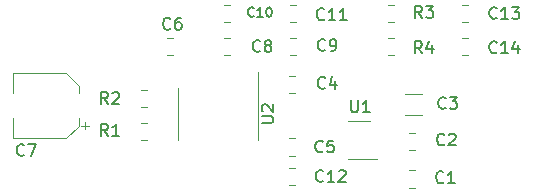
<source format=gbr>
%TF.GenerationSoftware,KiCad,Pcbnew,5.1.10*%
%TF.CreationDate,2022-04-13T10:23:53+12:00*%
%TF.ProjectId,odsk,6f64736b-2e6b-4696-9361-645f70636258,rev?*%
%TF.SameCoordinates,Original*%
%TF.FileFunction,Legend,Top*%
%TF.FilePolarity,Positive*%
%FSLAX46Y46*%
G04 Gerber Fmt 4.6, Leading zero omitted, Abs format (unit mm)*
G04 Created by KiCad (PCBNEW 5.1.10) date 2022-04-13 10:23:53*
%MOMM*%
%LPD*%
G01*
G04 APERTURE LIST*
%ADD10C,0.120000*%
%ADD11C,0.150000*%
G04 APERTURE END LIST*
D10*
%TO.C,C3*%
X188188748Y-132490000D02*
X189611252Y-132490000D01*
X188188748Y-134310000D02*
X189611252Y-134310000D01*
%TO.C,C14*%
X193561252Y-127765000D02*
X193038748Y-127765000D01*
X193561252Y-129235000D02*
X193038748Y-129235000D01*
%TO.C,C13*%
X193561252Y-124965000D02*
X193038748Y-124965000D01*
X193561252Y-126435000D02*
X193038748Y-126435000D01*
%TO.C,C12*%
X178861252Y-138765000D02*
X178338748Y-138765000D01*
X178861252Y-140235000D02*
X178338748Y-140235000D01*
%TO.C,C11*%
X178961252Y-124965000D02*
X178438748Y-124965000D01*
X178961252Y-126435000D02*
X178438748Y-126435000D01*
%TO.C,C10*%
X172838748Y-126435000D02*
X173361252Y-126435000D01*
X172838748Y-124965000D02*
X173361252Y-124965000D01*
%TO.C,C9*%
X178961252Y-127765000D02*
X178438748Y-127765000D01*
X178961252Y-129235000D02*
X178438748Y-129235000D01*
%TO.C,C8*%
X172838748Y-129235000D02*
X173361252Y-129235000D01*
X172838748Y-127765000D02*
X173361252Y-127765000D01*
%TO.C,C6*%
X168038748Y-129235000D02*
X168561252Y-129235000D01*
X168038748Y-127765000D02*
X168561252Y-127765000D01*
%TO.C,C5*%
X178861252Y-136265000D02*
X178338748Y-136265000D01*
X178861252Y-137735000D02*
X178338748Y-137735000D01*
%TO.C,C4*%
X178338748Y-132435000D02*
X178861252Y-132435000D01*
X178338748Y-130965000D02*
X178861252Y-130965000D01*
%TO.C,C2*%
X188538748Y-137235000D02*
X189061252Y-137235000D01*
X188538748Y-135765000D02*
X189061252Y-135765000D01*
%TO.C,C1*%
X188538748Y-140435000D02*
X189061252Y-140435000D01*
X188538748Y-138965000D02*
X189061252Y-138965000D01*
%TO.C,U2*%
X169015000Y-134200000D02*
X169015000Y-136400000D01*
X169015000Y-134200000D02*
X169015000Y-132000000D01*
X175785000Y-134200000D02*
X175785000Y-136400000D01*
X175785000Y-134200000D02*
X175785000Y-130600000D01*
%TO.C,U1*%
X185200000Y-134790000D02*
X183400000Y-134790000D01*
X183400000Y-138010000D02*
X185850000Y-138010000D01*
%TO.C,R4*%
X187227064Y-129235000D02*
X186772936Y-129235000D01*
X187227064Y-127765000D02*
X186772936Y-127765000D01*
%TO.C,R3*%
X187227064Y-126435000D02*
X186772936Y-126435000D01*
X187227064Y-124965000D02*
X186772936Y-124965000D01*
%TO.C,R2*%
X166327064Y-133635000D02*
X165872936Y-133635000D01*
X166327064Y-132165000D02*
X165872936Y-132165000D01*
%TO.C,R1*%
X166327064Y-136435000D02*
X165872936Y-136435000D01*
X166327064Y-134965000D02*
X165872936Y-134965000D01*
%TO.C,C7*%
X155040000Y-130740000D02*
X155040000Y-132440000D01*
X155040000Y-136260000D02*
X155040000Y-134560000D01*
X159495563Y-136260000D02*
X155040000Y-136260000D01*
X159495563Y-130740000D02*
X155040000Y-130740000D01*
X160560000Y-131804437D02*
X160560000Y-132440000D01*
X160560000Y-135195563D02*
X160560000Y-134560000D01*
X160560000Y-135195563D02*
X159495563Y-136260000D01*
X160560000Y-131804437D02*
X159495563Y-130740000D01*
X161425000Y-135185000D02*
X160800000Y-135185000D01*
X161112500Y-135497500D02*
X161112500Y-134872500D01*
%TO.C,C3*%
D11*
X191633333Y-133657142D02*
X191585714Y-133704761D01*
X191442857Y-133752380D01*
X191347619Y-133752380D01*
X191204761Y-133704761D01*
X191109523Y-133609523D01*
X191061904Y-133514285D01*
X191014285Y-133323809D01*
X191014285Y-133180952D01*
X191061904Y-132990476D01*
X191109523Y-132895238D01*
X191204761Y-132800000D01*
X191347619Y-132752380D01*
X191442857Y-132752380D01*
X191585714Y-132800000D01*
X191633333Y-132847619D01*
X191966666Y-132752380D02*
X192585714Y-132752380D01*
X192252380Y-133133333D01*
X192395238Y-133133333D01*
X192490476Y-133180952D01*
X192538095Y-133228571D01*
X192585714Y-133323809D01*
X192585714Y-133561904D01*
X192538095Y-133657142D01*
X192490476Y-133704761D01*
X192395238Y-133752380D01*
X192109523Y-133752380D01*
X192014285Y-133704761D01*
X191966666Y-133657142D01*
%TO.C,C14*%
X195957142Y-128957142D02*
X195909523Y-129004761D01*
X195766666Y-129052380D01*
X195671428Y-129052380D01*
X195528571Y-129004761D01*
X195433333Y-128909523D01*
X195385714Y-128814285D01*
X195338095Y-128623809D01*
X195338095Y-128480952D01*
X195385714Y-128290476D01*
X195433333Y-128195238D01*
X195528571Y-128100000D01*
X195671428Y-128052380D01*
X195766666Y-128052380D01*
X195909523Y-128100000D01*
X195957142Y-128147619D01*
X196909523Y-129052380D02*
X196338095Y-129052380D01*
X196623809Y-129052380D02*
X196623809Y-128052380D01*
X196528571Y-128195238D01*
X196433333Y-128290476D01*
X196338095Y-128338095D01*
X197766666Y-128385714D02*
X197766666Y-129052380D01*
X197528571Y-128004761D02*
X197290476Y-128719047D01*
X197909523Y-128719047D01*
%TO.C,C13*%
X195957142Y-126057142D02*
X195909523Y-126104761D01*
X195766666Y-126152380D01*
X195671428Y-126152380D01*
X195528571Y-126104761D01*
X195433333Y-126009523D01*
X195385714Y-125914285D01*
X195338095Y-125723809D01*
X195338095Y-125580952D01*
X195385714Y-125390476D01*
X195433333Y-125295238D01*
X195528571Y-125200000D01*
X195671428Y-125152380D01*
X195766666Y-125152380D01*
X195909523Y-125200000D01*
X195957142Y-125247619D01*
X196909523Y-126152380D02*
X196338095Y-126152380D01*
X196623809Y-126152380D02*
X196623809Y-125152380D01*
X196528571Y-125295238D01*
X196433333Y-125390476D01*
X196338095Y-125438095D01*
X197242857Y-125152380D02*
X197861904Y-125152380D01*
X197528571Y-125533333D01*
X197671428Y-125533333D01*
X197766666Y-125580952D01*
X197814285Y-125628571D01*
X197861904Y-125723809D01*
X197861904Y-125961904D01*
X197814285Y-126057142D01*
X197766666Y-126104761D01*
X197671428Y-126152380D01*
X197385714Y-126152380D01*
X197290476Y-126104761D01*
X197242857Y-126057142D01*
%TO.C,C12*%
X181257142Y-139857142D02*
X181209523Y-139904761D01*
X181066666Y-139952380D01*
X180971428Y-139952380D01*
X180828571Y-139904761D01*
X180733333Y-139809523D01*
X180685714Y-139714285D01*
X180638095Y-139523809D01*
X180638095Y-139380952D01*
X180685714Y-139190476D01*
X180733333Y-139095238D01*
X180828571Y-139000000D01*
X180971428Y-138952380D01*
X181066666Y-138952380D01*
X181209523Y-139000000D01*
X181257142Y-139047619D01*
X182209523Y-139952380D02*
X181638095Y-139952380D01*
X181923809Y-139952380D02*
X181923809Y-138952380D01*
X181828571Y-139095238D01*
X181733333Y-139190476D01*
X181638095Y-139238095D01*
X182590476Y-139047619D02*
X182638095Y-139000000D01*
X182733333Y-138952380D01*
X182971428Y-138952380D01*
X183066666Y-139000000D01*
X183114285Y-139047619D01*
X183161904Y-139142857D01*
X183161904Y-139238095D01*
X183114285Y-139380952D01*
X182542857Y-139952380D01*
X183161904Y-139952380D01*
%TO.C,C11*%
X181357142Y-126157142D02*
X181309523Y-126204761D01*
X181166666Y-126252380D01*
X181071428Y-126252380D01*
X180928571Y-126204761D01*
X180833333Y-126109523D01*
X180785714Y-126014285D01*
X180738095Y-125823809D01*
X180738095Y-125680952D01*
X180785714Y-125490476D01*
X180833333Y-125395238D01*
X180928571Y-125300000D01*
X181071428Y-125252380D01*
X181166666Y-125252380D01*
X181309523Y-125300000D01*
X181357142Y-125347619D01*
X182309523Y-126252380D02*
X181738095Y-126252380D01*
X182023809Y-126252380D02*
X182023809Y-125252380D01*
X181928571Y-125395238D01*
X181833333Y-125490476D01*
X181738095Y-125538095D01*
X183261904Y-126252380D02*
X182690476Y-126252380D01*
X182976190Y-126252380D02*
X182976190Y-125252380D01*
X182880952Y-125395238D01*
X182785714Y-125490476D01*
X182690476Y-125538095D01*
%TO.C,C10*%
X175385714Y-125885714D02*
X175347619Y-125923809D01*
X175233333Y-125961904D01*
X175157142Y-125961904D01*
X175042857Y-125923809D01*
X174966666Y-125847619D01*
X174928571Y-125771428D01*
X174890476Y-125619047D01*
X174890476Y-125504761D01*
X174928571Y-125352380D01*
X174966666Y-125276190D01*
X175042857Y-125200000D01*
X175157142Y-125161904D01*
X175233333Y-125161904D01*
X175347619Y-125200000D01*
X175385714Y-125238095D01*
X176147619Y-125961904D02*
X175690476Y-125961904D01*
X175919047Y-125961904D02*
X175919047Y-125161904D01*
X175842857Y-125276190D01*
X175766666Y-125352380D01*
X175690476Y-125390476D01*
X176642857Y-125161904D02*
X176719047Y-125161904D01*
X176795238Y-125200000D01*
X176833333Y-125238095D01*
X176871428Y-125314285D01*
X176909523Y-125466666D01*
X176909523Y-125657142D01*
X176871428Y-125809523D01*
X176833333Y-125885714D01*
X176795238Y-125923809D01*
X176719047Y-125961904D01*
X176642857Y-125961904D01*
X176566666Y-125923809D01*
X176528571Y-125885714D01*
X176490476Y-125809523D01*
X176452380Y-125657142D01*
X176452380Y-125466666D01*
X176490476Y-125314285D01*
X176528571Y-125238095D01*
X176566666Y-125200000D01*
X176642857Y-125161904D01*
%TO.C,C9*%
X181433333Y-128757142D02*
X181385714Y-128804761D01*
X181242857Y-128852380D01*
X181147619Y-128852380D01*
X181004761Y-128804761D01*
X180909523Y-128709523D01*
X180861904Y-128614285D01*
X180814285Y-128423809D01*
X180814285Y-128280952D01*
X180861904Y-128090476D01*
X180909523Y-127995238D01*
X181004761Y-127900000D01*
X181147619Y-127852380D01*
X181242857Y-127852380D01*
X181385714Y-127900000D01*
X181433333Y-127947619D01*
X181909523Y-128852380D02*
X182100000Y-128852380D01*
X182195238Y-128804761D01*
X182242857Y-128757142D01*
X182338095Y-128614285D01*
X182385714Y-128423809D01*
X182385714Y-128042857D01*
X182338095Y-127947619D01*
X182290476Y-127900000D01*
X182195238Y-127852380D01*
X182004761Y-127852380D01*
X181909523Y-127900000D01*
X181861904Y-127947619D01*
X181814285Y-128042857D01*
X181814285Y-128280952D01*
X181861904Y-128376190D01*
X181909523Y-128423809D01*
X182004761Y-128471428D01*
X182195238Y-128471428D01*
X182290476Y-128423809D01*
X182338095Y-128376190D01*
X182385714Y-128280952D01*
%TO.C,C8*%
X175933333Y-128857142D02*
X175885714Y-128904761D01*
X175742857Y-128952380D01*
X175647619Y-128952380D01*
X175504761Y-128904761D01*
X175409523Y-128809523D01*
X175361904Y-128714285D01*
X175314285Y-128523809D01*
X175314285Y-128380952D01*
X175361904Y-128190476D01*
X175409523Y-128095238D01*
X175504761Y-128000000D01*
X175647619Y-127952380D01*
X175742857Y-127952380D01*
X175885714Y-128000000D01*
X175933333Y-128047619D01*
X176504761Y-128380952D02*
X176409523Y-128333333D01*
X176361904Y-128285714D01*
X176314285Y-128190476D01*
X176314285Y-128142857D01*
X176361904Y-128047619D01*
X176409523Y-128000000D01*
X176504761Y-127952380D01*
X176695238Y-127952380D01*
X176790476Y-128000000D01*
X176838095Y-128047619D01*
X176885714Y-128142857D01*
X176885714Y-128190476D01*
X176838095Y-128285714D01*
X176790476Y-128333333D01*
X176695238Y-128380952D01*
X176504761Y-128380952D01*
X176409523Y-128428571D01*
X176361904Y-128476190D01*
X176314285Y-128571428D01*
X176314285Y-128761904D01*
X176361904Y-128857142D01*
X176409523Y-128904761D01*
X176504761Y-128952380D01*
X176695238Y-128952380D01*
X176790476Y-128904761D01*
X176838095Y-128857142D01*
X176885714Y-128761904D01*
X176885714Y-128571428D01*
X176838095Y-128476190D01*
X176790476Y-128428571D01*
X176695238Y-128380952D01*
%TO.C,C6*%
X168333333Y-126957142D02*
X168285714Y-127004761D01*
X168142857Y-127052380D01*
X168047619Y-127052380D01*
X167904761Y-127004761D01*
X167809523Y-126909523D01*
X167761904Y-126814285D01*
X167714285Y-126623809D01*
X167714285Y-126480952D01*
X167761904Y-126290476D01*
X167809523Y-126195238D01*
X167904761Y-126100000D01*
X168047619Y-126052380D01*
X168142857Y-126052380D01*
X168285714Y-126100000D01*
X168333333Y-126147619D01*
X169190476Y-126052380D02*
X169000000Y-126052380D01*
X168904761Y-126100000D01*
X168857142Y-126147619D01*
X168761904Y-126290476D01*
X168714285Y-126480952D01*
X168714285Y-126861904D01*
X168761904Y-126957142D01*
X168809523Y-127004761D01*
X168904761Y-127052380D01*
X169095238Y-127052380D01*
X169190476Y-127004761D01*
X169238095Y-126957142D01*
X169285714Y-126861904D01*
X169285714Y-126623809D01*
X169238095Y-126528571D01*
X169190476Y-126480952D01*
X169095238Y-126433333D01*
X168904761Y-126433333D01*
X168809523Y-126480952D01*
X168761904Y-126528571D01*
X168714285Y-126623809D01*
%TO.C,C5*%
X181233333Y-137357142D02*
X181185714Y-137404761D01*
X181042857Y-137452380D01*
X180947619Y-137452380D01*
X180804761Y-137404761D01*
X180709523Y-137309523D01*
X180661904Y-137214285D01*
X180614285Y-137023809D01*
X180614285Y-136880952D01*
X180661904Y-136690476D01*
X180709523Y-136595238D01*
X180804761Y-136500000D01*
X180947619Y-136452380D01*
X181042857Y-136452380D01*
X181185714Y-136500000D01*
X181233333Y-136547619D01*
X182138095Y-136452380D02*
X181661904Y-136452380D01*
X181614285Y-136928571D01*
X181661904Y-136880952D01*
X181757142Y-136833333D01*
X181995238Y-136833333D01*
X182090476Y-136880952D01*
X182138095Y-136928571D01*
X182185714Y-137023809D01*
X182185714Y-137261904D01*
X182138095Y-137357142D01*
X182090476Y-137404761D01*
X181995238Y-137452380D01*
X181757142Y-137452380D01*
X181661904Y-137404761D01*
X181614285Y-137357142D01*
%TO.C,C4*%
X181433333Y-131957142D02*
X181385714Y-132004761D01*
X181242857Y-132052380D01*
X181147619Y-132052380D01*
X181004761Y-132004761D01*
X180909523Y-131909523D01*
X180861904Y-131814285D01*
X180814285Y-131623809D01*
X180814285Y-131480952D01*
X180861904Y-131290476D01*
X180909523Y-131195238D01*
X181004761Y-131100000D01*
X181147619Y-131052380D01*
X181242857Y-131052380D01*
X181385714Y-131100000D01*
X181433333Y-131147619D01*
X182290476Y-131385714D02*
X182290476Y-132052380D01*
X182052380Y-131004761D02*
X181814285Y-131719047D01*
X182433333Y-131719047D01*
%TO.C,C2*%
X191533333Y-136757142D02*
X191485714Y-136804761D01*
X191342857Y-136852380D01*
X191247619Y-136852380D01*
X191104761Y-136804761D01*
X191009523Y-136709523D01*
X190961904Y-136614285D01*
X190914285Y-136423809D01*
X190914285Y-136280952D01*
X190961904Y-136090476D01*
X191009523Y-135995238D01*
X191104761Y-135900000D01*
X191247619Y-135852380D01*
X191342857Y-135852380D01*
X191485714Y-135900000D01*
X191533333Y-135947619D01*
X191914285Y-135947619D02*
X191961904Y-135900000D01*
X192057142Y-135852380D01*
X192295238Y-135852380D01*
X192390476Y-135900000D01*
X192438095Y-135947619D01*
X192485714Y-136042857D01*
X192485714Y-136138095D01*
X192438095Y-136280952D01*
X191866666Y-136852380D01*
X192485714Y-136852380D01*
%TO.C,C1*%
X191433333Y-139957142D02*
X191385714Y-140004761D01*
X191242857Y-140052380D01*
X191147619Y-140052380D01*
X191004761Y-140004761D01*
X190909523Y-139909523D01*
X190861904Y-139814285D01*
X190814285Y-139623809D01*
X190814285Y-139480952D01*
X190861904Y-139290476D01*
X190909523Y-139195238D01*
X191004761Y-139100000D01*
X191147619Y-139052380D01*
X191242857Y-139052380D01*
X191385714Y-139100000D01*
X191433333Y-139147619D01*
X192385714Y-140052380D02*
X191814285Y-140052380D01*
X192100000Y-140052380D02*
X192100000Y-139052380D01*
X192004761Y-139195238D01*
X191909523Y-139290476D01*
X191814285Y-139338095D01*
%TO.C,U2*%
X176052380Y-134961904D02*
X176861904Y-134961904D01*
X176957142Y-134914285D01*
X177004761Y-134866666D01*
X177052380Y-134771428D01*
X177052380Y-134580952D01*
X177004761Y-134485714D01*
X176957142Y-134438095D01*
X176861904Y-134390476D01*
X176052380Y-134390476D01*
X176147619Y-133961904D02*
X176100000Y-133914285D01*
X176052380Y-133819047D01*
X176052380Y-133580952D01*
X176100000Y-133485714D01*
X176147619Y-133438095D01*
X176242857Y-133390476D01*
X176338095Y-133390476D01*
X176480952Y-133438095D01*
X177052380Y-134009523D01*
X177052380Y-133390476D01*
%TO.C,U1*%
X183638095Y-133052380D02*
X183638095Y-133861904D01*
X183685714Y-133957142D01*
X183733333Y-134004761D01*
X183828571Y-134052380D01*
X184019047Y-134052380D01*
X184114285Y-134004761D01*
X184161904Y-133957142D01*
X184209523Y-133861904D01*
X184209523Y-133052380D01*
X185209523Y-134052380D02*
X184638095Y-134052380D01*
X184923809Y-134052380D02*
X184923809Y-133052380D01*
X184828571Y-133195238D01*
X184733333Y-133290476D01*
X184638095Y-133338095D01*
%TO.C,R4*%
X189633333Y-129052380D02*
X189300000Y-128576190D01*
X189061904Y-129052380D02*
X189061904Y-128052380D01*
X189442857Y-128052380D01*
X189538095Y-128100000D01*
X189585714Y-128147619D01*
X189633333Y-128242857D01*
X189633333Y-128385714D01*
X189585714Y-128480952D01*
X189538095Y-128528571D01*
X189442857Y-128576190D01*
X189061904Y-128576190D01*
X190490476Y-128385714D02*
X190490476Y-129052380D01*
X190252380Y-128004761D02*
X190014285Y-128719047D01*
X190633333Y-128719047D01*
%TO.C,R3*%
X189633333Y-126052380D02*
X189300000Y-125576190D01*
X189061904Y-126052380D02*
X189061904Y-125052380D01*
X189442857Y-125052380D01*
X189538095Y-125100000D01*
X189585714Y-125147619D01*
X189633333Y-125242857D01*
X189633333Y-125385714D01*
X189585714Y-125480952D01*
X189538095Y-125528571D01*
X189442857Y-125576190D01*
X189061904Y-125576190D01*
X189966666Y-125052380D02*
X190585714Y-125052380D01*
X190252380Y-125433333D01*
X190395238Y-125433333D01*
X190490476Y-125480952D01*
X190538095Y-125528571D01*
X190585714Y-125623809D01*
X190585714Y-125861904D01*
X190538095Y-125957142D01*
X190490476Y-126004761D01*
X190395238Y-126052380D01*
X190109523Y-126052380D01*
X190014285Y-126004761D01*
X189966666Y-125957142D01*
%TO.C,R2*%
X163033333Y-133352380D02*
X162700000Y-132876190D01*
X162461904Y-133352380D02*
X162461904Y-132352380D01*
X162842857Y-132352380D01*
X162938095Y-132400000D01*
X162985714Y-132447619D01*
X163033333Y-132542857D01*
X163033333Y-132685714D01*
X162985714Y-132780952D01*
X162938095Y-132828571D01*
X162842857Y-132876190D01*
X162461904Y-132876190D01*
X163414285Y-132447619D02*
X163461904Y-132400000D01*
X163557142Y-132352380D01*
X163795238Y-132352380D01*
X163890476Y-132400000D01*
X163938095Y-132447619D01*
X163985714Y-132542857D01*
X163985714Y-132638095D01*
X163938095Y-132780952D01*
X163366666Y-133352380D01*
X163985714Y-133352380D01*
%TO.C,R1*%
X163033333Y-136052380D02*
X162700000Y-135576190D01*
X162461904Y-136052380D02*
X162461904Y-135052380D01*
X162842857Y-135052380D01*
X162938095Y-135100000D01*
X162985714Y-135147619D01*
X163033333Y-135242857D01*
X163033333Y-135385714D01*
X162985714Y-135480952D01*
X162938095Y-135528571D01*
X162842857Y-135576190D01*
X162461904Y-135576190D01*
X163985714Y-136052380D02*
X163414285Y-136052380D01*
X163700000Y-136052380D02*
X163700000Y-135052380D01*
X163604761Y-135195238D01*
X163509523Y-135290476D01*
X163414285Y-135338095D01*
%TO.C,C7*%
X155933333Y-137657142D02*
X155885714Y-137704761D01*
X155742857Y-137752380D01*
X155647619Y-137752380D01*
X155504761Y-137704761D01*
X155409523Y-137609523D01*
X155361904Y-137514285D01*
X155314285Y-137323809D01*
X155314285Y-137180952D01*
X155361904Y-136990476D01*
X155409523Y-136895238D01*
X155504761Y-136800000D01*
X155647619Y-136752380D01*
X155742857Y-136752380D01*
X155885714Y-136800000D01*
X155933333Y-136847619D01*
X156266666Y-136752380D02*
X156933333Y-136752380D01*
X156504761Y-137752380D01*
%TD*%
M02*

</source>
